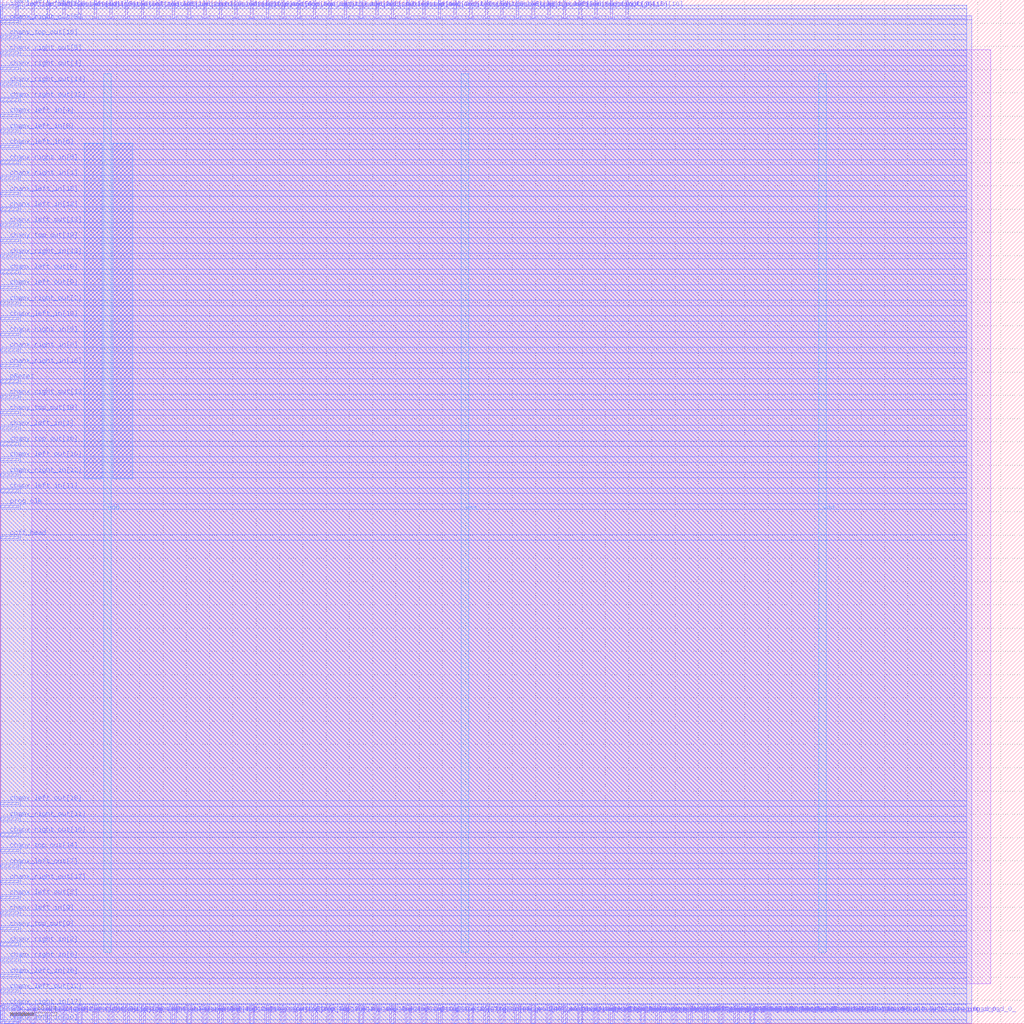
<source format=lef>
VERSION 5.7 ;
  NOWIREEXTENSIONATPIN ON ;
  DIVIDERCHAR "/" ;
  BUSBITCHARS "[]" ;
MACRO sb_1__0_
  CLASS BLOCK ;
  FOREIGN sb_1__0_ ;
  ORIGIN 0.000 0.000 ;
  SIZE 220.000 BY 220.000 ;
  PIN ccff_head
    DIRECTION INPUT ;
    USE SIGNAL ;
    ANTENNAGATEAREA 0.741000 ;
    ANTENNADIFFAREA 0.410400 ;
    PORT
      LAYER Metal3 ;
        RECT 0.000 104.160 4.000 104.720 ;
    END
  END ccff_head
  PIN ccff_tail
    DIRECTION OUTPUT TRISTATE ;
    USE SIGNAL ;
    ANTENNADIFFAREA 2.080400 ;
    PORT
      LAYER Metal2 ;
        RECT 134.400 216.000 134.960 220.000 ;
    END
  END ccff_tail
  PIN chanx_left_in[0]
    DIRECTION INPUT ;
    USE SIGNAL ;
    ANTENNAGATEAREA 0.741000 ;
    ANTENNADIFFAREA 0.410400 ;
    PORT
      LAYER Metal2 ;
        RECT 107.520 216.000 108.080 220.000 ;
    END
  END chanx_left_in[0]
  PIN chanx_left_in[10]
    DIRECTION INPUT ;
    USE SIGNAL ;
    ANTENNAGATEAREA 0.741000 ;
    ANTENNADIFFAREA 0.410400 ;
    PORT
      LAYER Metal3 ;
        RECT 0.000 0.000 4.000 0.560 ;
    END
  END chanx_left_in[10]
  PIN chanx_left_in[11]
    DIRECTION INPUT ;
    USE SIGNAL ;
    ANTENNAGATEAREA 0.741000 ;
    ANTENNADIFFAREA 0.410400 ;
    PORT
      LAYER Metal3 ;
        RECT 0.000 114.240 4.000 114.800 ;
    END
  END chanx_left_in[11]
  PIN chanx_left_in[12]
    DIRECTION INPUT ;
    USE SIGNAL ;
    ANTENNAGATEAREA 0.741000 ;
    ANTENNADIFFAREA 0.410400 ;
    PORT
      LAYER Metal3 ;
        RECT 0.000 174.720 4.000 175.280 ;
    END
  END chanx_left_in[12]
  PIN chanx_left_in[13]
    DIRECTION INPUT ;
    USE SIGNAL ;
    ANTENNAGATEAREA 0.741000 ;
    ANTENNADIFFAREA 0.410400 ;
    PORT
      LAYER Metal3 ;
        RECT 0.000 218.400 4.000 218.960 ;
    END
  END chanx_left_in[13]
  PIN chanx_left_in[14]
    DIRECTION INPUT ;
    USE SIGNAL ;
    ANTENNAGATEAREA 0.741000 ;
    ANTENNADIFFAREA 0.410400 ;
    PORT
      LAYER Metal2 ;
        RECT 84.000 216.000 84.560 220.000 ;
    END
  END chanx_left_in[14]
  PIN chanx_left_in[15]
    DIRECTION INPUT ;
    USE SIGNAL ;
    ANTENNAGATEAREA 0.741000 ;
    ANTENNADIFFAREA 0.410400 ;
    PORT
      LAYER Metal2 ;
        RECT 97.440 216.000 98.000 220.000 ;
    END
  END chanx_left_in[15]
  PIN chanx_left_in[16]
    DIRECTION INPUT ;
    USE SIGNAL ;
    ANTENNAGATEAREA 0.741000 ;
    ANTENNADIFFAREA 0.410400 ;
    PORT
      LAYER Metal3 ;
        RECT 0.000 10.080 4.000 10.640 ;
    END
  END chanx_left_in[16]
  PIN chanx_left_in[17]
    DIRECTION INPUT ;
    USE SIGNAL ;
    ANTENNAGATEAREA 0.741000 ;
    ANTENNADIFFAREA 0.410400 ;
    PORT
      LAYER Metal2 ;
        RECT 0.000 216.000 0.560 220.000 ;
    END
  END chanx_left_in[17]
  PIN chanx_left_in[18]
    DIRECTION INPUT ;
    USE SIGNAL ;
    ANTENNAGATEAREA 0.741000 ;
    ANTENNADIFFAREA 0.410400 ;
    PORT
      LAYER Metal3 ;
        RECT 0.000 178.080 4.000 178.640 ;
    END
  END chanx_left_in[18]
  PIN chanx_left_in[19]
    DIRECTION INPUT ;
    USE SIGNAL ;
    ANTENNAGATEAREA 0.741000 ;
    ANTENNADIFFAREA 0.410400 ;
    PORT
      LAYER Metal3 ;
        RECT 0.000 151.200 4.000 151.760 ;
    END
  END chanx_left_in[19]
  PIN chanx_left_in[1]
    DIRECTION INPUT ;
    USE SIGNAL ;
    ANTENNAGATEAREA 0.741000 ;
    ANTENNADIFFAREA 0.410400 ;
    PORT
      LAYER Metal3 ;
        RECT 0.000 127.680 4.000 128.240 ;
    END
  END chanx_left_in[1]
  PIN chanx_left_in[2]
    DIRECTION INPUT ;
    USE SIGNAL ;
    ANTENNAGATEAREA 0.741000 ;
    ANTENNADIFFAREA 0.410400 ;
    PORT
      LAYER Metal2 ;
        RECT 33.600 216.000 34.160 220.000 ;
    END
  END chanx_left_in[2]
  PIN chanx_left_in[3]
    DIRECTION INPUT ;
    USE SIGNAL ;
    PORT
      LAYER Metal2 ;
        RECT 3.360 0.000 3.920 4.000 ;
    END
  END chanx_left_in[3]
  PIN chanx_left_in[4]
    DIRECTION INPUT ;
    USE SIGNAL ;
    ANTENNAGATEAREA 0.741000 ;
    ANTENNADIFFAREA 0.410400 ;
    PORT
      LAYER Metal3 ;
        RECT 0.000 194.880 4.000 195.440 ;
    END
  END chanx_left_in[4]
  PIN chanx_left_in[5]
    DIRECTION INPUT ;
    USE SIGNAL ;
    ANTENNAGATEAREA 0.741000 ;
    ANTENNADIFFAREA 0.410400 ;
    PORT
      LAYER Metal2 ;
        RECT 117.600 216.000 118.160 220.000 ;
    END
  END chanx_left_in[5]
  PIN chanx_left_in[6]
    DIRECTION INPUT ;
    USE SIGNAL ;
    ANTENNAGATEAREA 0.741000 ;
    ANTENNADIFFAREA 0.410400 ;
    PORT
      LAYER Metal3 ;
        RECT 0.000 188.160 4.000 188.720 ;
    END
  END chanx_left_in[6]
  PIN chanx_left_in[7]
    DIRECTION INPUT ;
    USE SIGNAL ;
    PORT
      LAYER Metal2 ;
        RECT 6.720 0.000 7.280 4.000 ;
    END
  END chanx_left_in[7]
  PIN chanx_left_in[8]
    DIRECTION INPUT ;
    USE SIGNAL ;
    ANTENNAGATEAREA 0.741000 ;
    ANTENNADIFFAREA 0.410400 ;
    PORT
      LAYER Metal3 ;
        RECT 0.000 191.520 4.000 192.080 ;
    END
  END chanx_left_in[8]
  PIN chanx_left_in[9]
    DIRECTION INPUT ;
    USE SIGNAL ;
    ANTENNAGATEAREA 0.741000 ;
    ANTENNADIFFAREA 0.410400 ;
    PORT
      LAYER Metal3 ;
        RECT 0.000 23.520 4.000 24.080 ;
    END
  END chanx_left_in[9]
  PIN chanx_left_out[0]
    DIRECTION OUTPUT TRISTATE ;
    USE SIGNAL ;
    ANTENNADIFFAREA 0.360800 ;
    PORT
      LAYER Metal2 ;
        RECT 36.960 216.000 37.520 220.000 ;
    END
  END chanx_left_out[0]
  PIN chanx_left_out[10]
    DIRECTION OUTPUT TRISTATE ;
    USE SIGNAL ;
    ANTENNADIFFAREA 1.986000 ;
    PORT
      LAYER Metal3 ;
        RECT 0.000 120.960 4.000 121.520 ;
    END
  END chanx_left_out[10]
  PIN chanx_left_out[11]
    DIRECTION OUTPUT TRISTATE ;
    USE SIGNAL ;
    ANTENNADIFFAREA 2.080400 ;
    PORT
      LAYER Metal2 ;
        RECT 120.960 216.000 121.520 220.000 ;
    END
  END chanx_left_out[11]
  PIN chanx_left_out[12]
    DIRECTION OUTPUT TRISTATE ;
    USE SIGNAL ;
    ANTENNADIFFAREA 0.360800 ;
    PORT
      LAYER Metal3 ;
        RECT 0.000 6.720 4.000 7.280 ;
    END
  END chanx_left_out[12]
  PIN chanx_left_out[13]
    DIRECTION OUTPUT TRISTATE ;
    USE SIGNAL ;
    ANTENNADIFFAREA 1.986000 ;
    PORT
      LAYER Metal3 ;
        RECT 0.000 171.360 4.000 171.920 ;
    END
  END chanx_left_out[13]
  PIN chanx_left_out[14]
    DIRECTION OUTPUT TRISTATE ;
    USE SIGNAL ;
    ANTENNADIFFAREA 2.080400 ;
    PORT
      LAYER Metal2 ;
        RECT 10.080 216.000 10.640 220.000 ;
    END
  END chanx_left_out[14]
  PIN chanx_left_out[15]
    DIRECTION OUTPUT TRISTATE ;
    USE SIGNAL ;
    ANTENNADIFFAREA 2.080400 ;
    PORT
      LAYER Metal2 ;
        RECT 53.760 0.000 54.320 4.000 ;
    END
  END chanx_left_out[15]
  PIN chanx_left_out[16]
    DIRECTION OUTPUT TRISTATE ;
    USE SIGNAL ;
    ANTENNADIFFAREA 0.360800 ;
    PORT
      LAYER Metal2 ;
        RECT 47.040 216.000 47.600 220.000 ;
    END
  END chanx_left_out[16]
  PIN chanx_left_out[17]
    DIRECTION OUTPUT TRISTATE ;
    USE SIGNAL ;
    ANTENNADIFFAREA 1.986000 ;
    PORT
      LAYER Metal2 ;
        RECT 13.440 216.000 14.000 220.000 ;
    END
  END chanx_left_out[17]
  PIN chanx_left_out[18]
    DIRECTION OUTPUT TRISTATE ;
    USE SIGNAL ;
    ANTENNADIFFAREA 1.986000 ;
    PORT
      LAYER Metal3 ;
        RECT 0.000 47.040 4.000 47.600 ;
    END
  END chanx_left_out[18]
  PIN chanx_left_out[19]
    DIRECTION OUTPUT TRISTATE ;
    USE SIGNAL ;
    ANTENNADIFFAREA 2.080400 ;
    PORT
      LAYER Metal2 ;
        RECT 43.680 216.000 44.240 220.000 ;
    END
  END chanx_left_out[19]
  PIN chanx_left_out[1]
    DIRECTION OUTPUT TRISTATE ;
    USE SIGNAL ;
    ANTENNADIFFAREA 1.986000 ;
    PORT
      LAYER Metal2 ;
        RECT 20.160 216.000 20.720 220.000 ;
    END
  END chanx_left_out[1]
  PIN chanx_left_out[2]
    DIRECTION OUTPUT TRISTATE ;
    USE SIGNAL ;
    ANTENNADIFFAREA 1.986000 ;
    PORT
      LAYER Metal2 ;
        RECT 26.880 216.000 27.440 220.000 ;
    END
  END chanx_left_out[2]
  PIN chanx_left_out[3]
    DIRECTION OUTPUT TRISTATE ;
    USE SIGNAL ;
    ANTENNADIFFAREA 1.986000 ;
    PORT
      LAYER Metal3 ;
        RECT 0.000 26.880 4.000 27.440 ;
    END
  END chanx_left_out[3]
  PIN chanx_left_out[4]
    DIRECTION OUTPUT TRISTATE ;
    USE SIGNAL ;
    ANTENNADIFFAREA 0.360800 ;
    PORT
      LAYER Metal2 ;
        RECT 104.160 216.000 104.720 220.000 ;
    END
  END chanx_left_out[4]
  PIN chanx_left_out[5]
    DIRECTION OUTPUT TRISTATE ;
    USE SIGNAL ;
    ANTENNADIFFAREA 2.080400 ;
    PORT
      LAYER Metal2 ;
        RECT 36.960 0.000 37.520 4.000 ;
    END
  END chanx_left_out[5]
  PIN chanx_left_out[6]
    DIRECTION OUTPUT TRISTATE ;
    USE SIGNAL ;
    ANTENNADIFFAREA 1.986000 ;
    PORT
      LAYER Metal2 ;
        RECT 77.280 216.000 77.840 220.000 ;
    END
  END chanx_left_out[6]
  PIN chanx_left_out[7]
    DIRECTION OUTPUT TRISTATE ;
    USE SIGNAL ;
    ANTENNADIFFAREA 1.986000 ;
    PORT
      LAYER Metal3 ;
        RECT 0.000 33.600 4.000 34.160 ;
    END
  END chanx_left_out[7]
  PIN chanx_left_out[8]
    DIRECTION OUTPUT TRISTATE ;
    USE SIGNAL ;
    ANTENNADIFFAREA 0.360800 ;
    PORT
      LAYER Metal3 ;
        RECT 0.000 161.280 4.000 161.840 ;
    END
  END chanx_left_out[8]
  PIN chanx_left_out[9]
    DIRECTION OUTPUT TRISTATE ;
    USE SIGNAL ;
    ANTENNADIFFAREA 1.986000 ;
    PORT
      LAYER Metal3 ;
        RECT 0.000 157.920 4.000 158.480 ;
    END
  END chanx_left_out[9]
  PIN chanx_right_in[0]
    DIRECTION INPUT ;
    USE SIGNAL ;
    ANTENNAGATEAREA 0.741000 ;
    ANTENNADIFFAREA 0.410400 ;
    PORT
      LAYER Metal3 ;
        RECT 0.000 144.480 4.000 145.040 ;
    END
  END chanx_right_in[0]
  PIN chanx_right_in[10]
    DIRECTION INPUT ;
    USE SIGNAL ;
    ANTENNAGATEAREA 0.741000 ;
    ANTENNADIFFAREA 0.410400 ;
    PORT
      LAYER Metal2 ;
        RECT 131.040 216.000 131.600 220.000 ;
    END
  END chanx_right_in[10]
  PIN chanx_right_in[11]
    DIRECTION INPUT ;
    USE SIGNAL ;
    PORT
      LAYER Metal2 ;
        RECT 10.080 0.000 10.640 4.000 ;
    END
  END chanx_right_in[11]
  PIN chanx_right_in[12]
    DIRECTION INPUT ;
    USE SIGNAL ;
    ANTENNAGATEAREA 0.741000 ;
    ANTENNADIFFAREA 0.410400 ;
    PORT
      LAYER Metal3 ;
        RECT 0.000 117.600 4.000 118.160 ;
    END
  END chanx_right_in[12]
  PIN chanx_right_in[13]
    DIRECTION INPUT ;
    USE SIGNAL ;
    ANTENNAGATEAREA 0.741000 ;
    ANTENNADIFFAREA 0.410400 ;
    PORT
      LAYER Metal3 ;
        RECT 0.000 164.640 4.000 165.200 ;
    END
  END chanx_right_in[13]
  PIN chanx_right_in[14]
    DIRECTION INPUT ;
    USE SIGNAL ;
    ANTENNAGATEAREA 0.741000 ;
    ANTENNADIFFAREA 0.410400 ;
    PORT
      LAYER Metal2 ;
        RECT 50.400 0.000 50.960 4.000 ;
    END
  END chanx_right_in[14]
  PIN chanx_right_in[15]
    DIRECTION INPUT ;
    USE SIGNAL ;
    PORT
      LAYER Metal2 ;
        RECT 13.440 0.000 14.000 4.000 ;
    END
  END chanx_right_in[15]
  PIN chanx_right_in[16]
    DIRECTION INPUT ;
    USE SIGNAL ;
    ANTENNAGATEAREA 0.741000 ;
    ANTENNADIFFAREA 0.410400 ;
    PORT
      LAYER Metal3 ;
        RECT 0.000 141.120 4.000 141.680 ;
    END
  END chanx_right_in[16]
  PIN chanx_right_in[17]
    DIRECTION INPUT ;
    USE SIGNAL ;
    ANTENNAGATEAREA 0.741000 ;
    ANTENNADIFFAREA 0.410400 ;
    PORT
      LAYER Metal3 ;
        RECT 0.000 3.360 4.000 3.920 ;
    END
  END chanx_right_in[17]
  PIN chanx_right_in[18]
    DIRECTION INPUT ;
    USE SIGNAL ;
    ANTENNAGATEAREA 0.741000 ;
    ANTENNADIFFAREA 0.410400 ;
    PORT
      LAYER Metal2 ;
        RECT 127.680 216.000 128.240 220.000 ;
    END
  END chanx_right_in[18]
  PIN chanx_right_in[19]
    DIRECTION INPUT ;
    USE SIGNAL ;
    PORT
      LAYER Metal2 ;
        RECT 16.800 0.000 17.360 4.000 ;
    END
  END chanx_right_in[19]
  PIN chanx_right_in[1]
    DIRECTION INPUT ;
    USE SIGNAL ;
    ANTENNAGATEAREA 0.741000 ;
    ANTENNADIFFAREA 0.410400 ;
    PORT
      LAYER Metal3 ;
        RECT 0.000 181.440 4.000 182.000 ;
    END
  END chanx_right_in[1]
  PIN chanx_right_in[2]
    DIRECTION INPUT ;
    USE SIGNAL ;
    ANTENNAGATEAREA 0.741000 ;
    ANTENNADIFFAREA 0.410400 ;
    PORT
      LAYER Metal3 ;
        RECT 0.000 16.800 4.000 17.360 ;
    END
  END chanx_right_in[2]
  PIN chanx_right_in[3]
    DIRECTION INPUT ;
    USE SIGNAL ;
    PORT
      LAYER Metal2 ;
        RECT 20.160 0.000 20.720 4.000 ;
    END
  END chanx_right_in[3]
  PIN chanx_right_in[4]
    DIRECTION INPUT ;
    USE SIGNAL ;
    ANTENNAGATEAREA 0.741000 ;
    ANTENNADIFFAREA 0.410400 ;
    PORT
      LAYER Metal2 ;
        RECT 30.240 0.000 30.800 4.000 ;
    END
  END chanx_right_in[4]
  PIN chanx_right_in[5]
    DIRECTION INPUT ;
    USE SIGNAL ;
    ANTENNAGATEAREA 0.741000 ;
    ANTENNADIFFAREA 0.410400 ;
    PORT
      LAYER Metal2 ;
        RECT 94.080 216.000 94.640 220.000 ;
    END
  END chanx_right_in[5]
  PIN chanx_right_in[6]
    DIRECTION INPUT ;
    USE SIGNAL ;
    ANTENNAGATEAREA 0.741000 ;
    ANTENNADIFFAREA 0.410400 ;
    PORT
      LAYER Metal3 ;
        RECT 0.000 13.440 4.000 14.000 ;
    END
  END chanx_right_in[6]
  PIN chanx_right_in[7]
    DIRECTION INPUT ;
    USE SIGNAL ;
    PORT
      LAYER Metal2 ;
        RECT 23.520 0.000 24.080 4.000 ;
    END
  END chanx_right_in[7]
  PIN chanx_right_in[8]
    DIRECTION INPUT ;
    USE SIGNAL ;
    ANTENNAGATEAREA 0.741000 ;
    ANTENNADIFFAREA 0.410400 ;
    PORT
      LAYER Metal3 ;
        RECT 0.000 184.800 4.000 185.360 ;
    END
  END chanx_right_in[8]
  PIN chanx_right_in[9]
    DIRECTION INPUT ;
    USE SIGNAL ;
    ANTENNAGATEAREA 0.741000 ;
    ANTENNADIFFAREA 0.410400 ;
    PORT
      LAYER Metal3 ;
        RECT 0.000 147.840 4.000 148.400 ;
    END
  END chanx_right_in[9]
  PIN chanx_right_out[0]
    DIRECTION OUTPUT TRISTATE ;
    USE SIGNAL ;
    ANTENNADIFFAREA 0.360800 ;
    PORT
      LAYER Metal2 ;
        RECT 67.200 216.000 67.760 220.000 ;
    END
  END chanx_right_out[0]
  PIN chanx_right_out[10]
    DIRECTION OUTPUT TRISTATE ;
    USE SIGNAL ;
    ANTENNADIFFAREA 1.986000 ;
    PORT
      LAYER Metal3 ;
        RECT 0.000 40.320 4.000 40.880 ;
    END
  END chanx_right_out[10]
  PIN chanx_right_out[11]
    DIRECTION OUTPUT TRISTATE ;
    USE SIGNAL ;
    ANTENNADIFFAREA 1.986000 ;
    PORT
      LAYER Metal3 ;
        RECT 0.000 43.680 4.000 44.240 ;
    END
  END chanx_right_out[11]
  PIN chanx_right_out[12]
    DIRECTION OUTPUT TRISTATE ;
    USE SIGNAL ;
    ANTENNADIFFAREA 0.360800 ;
    PORT
      LAYER Metal3 ;
        RECT 0.000 198.240 4.000 198.800 ;
    END
  END chanx_right_out[12]
  PIN chanx_right_out[13]
    DIRECTION OUTPUT TRISTATE ;
    USE SIGNAL ;
    ANTENNADIFFAREA 2.080400 ;
    PORT
      LAYER Metal3 ;
        RECT 0.000 134.400 4.000 134.960 ;
    END
  END chanx_right_out[13]
  PIN chanx_right_out[14]
    DIRECTION OUTPUT TRISTATE ;
    USE SIGNAL ;
    ANTENNADIFFAREA 2.080400 ;
    PORT
      LAYER Metal3 ;
        RECT 0.000 201.600 4.000 202.160 ;
    END
  END chanx_right_out[14]
  PIN chanx_right_out[15]
    DIRECTION OUTPUT TRISTATE ;
    USE SIGNAL ;
    ANTENNADIFFAREA 1.986000 ;
    PORT
      LAYER Metal2 ;
        RECT 50.400 216.000 50.960 220.000 ;
    END
  END chanx_right_out[15]
  PIN chanx_right_out[16]
    DIRECTION OUTPUT TRISTATE ;
    USE SIGNAL ;
    ANTENNADIFFAREA 0.360800 ;
    PORT
      LAYER Metal2 ;
        RECT 33.600 0.000 34.160 4.000 ;
    END
  END chanx_right_out[16]
  PIN chanx_right_out[17]
    DIRECTION OUTPUT TRISTATE ;
    USE SIGNAL ;
    ANTENNADIFFAREA 1.986000 ;
    PORT
      LAYER Metal3 ;
        RECT 0.000 30.240 4.000 30.800 ;
    END
  END chanx_right_out[17]
  PIN chanx_right_out[18]
    DIRECTION OUTPUT TRISTATE ;
    USE SIGNAL ;
    ANTENNADIFFAREA 1.986000 ;
    PORT
      LAYER Metal2 ;
        RECT 40.320 216.000 40.880 220.000 ;
    END
  END chanx_right_out[18]
  PIN chanx_right_out[19]
    DIRECTION OUTPUT TRISTATE ;
    USE SIGNAL ;
    ANTENNADIFFAREA 2.080400 ;
    PORT
      LAYER Metal2 ;
        RECT 6.720 216.000 7.280 220.000 ;
    END
  END chanx_right_out[19]
  PIN chanx_right_out[1]
    DIRECTION OUTPUT TRISTATE ;
    USE SIGNAL ;
    ANTENNADIFFAREA 2.080400 ;
    PORT
      LAYER Metal2 ;
        RECT 80.640 216.000 81.200 220.000 ;
    END
  END chanx_right_out[1]
  PIN chanx_right_out[2]
    DIRECTION OUTPUT TRISTATE ;
    USE SIGNAL ;
    ANTENNADIFFAREA 1.986000 ;
    PORT
      LAYER Metal3 ;
        RECT 0.000 154.560 4.000 155.120 ;
    END
  END chanx_right_out[2]
  PIN chanx_right_out[3]
    DIRECTION OUTPUT TRISTATE ;
    USE SIGNAL ;
    ANTENNADIFFAREA 2.080400 ;
    PORT
      LAYER Metal2 ;
        RECT 124.320 216.000 124.880 220.000 ;
    END
  END chanx_right_out[3]
  PIN chanx_right_out[4]
    DIRECTION OUTPUT TRISTATE ;
    USE SIGNAL ;
    ANTENNADIFFAREA 0.360800 ;
    PORT
      LAYER Metal3 ;
        RECT 0.000 204.960 4.000 205.520 ;
    END
  END chanx_right_out[4]
  PIN chanx_right_out[5]
    DIRECTION OUTPUT TRISTATE ;
    USE SIGNAL ;
    ANTENNADIFFAREA 2.080400 ;
    PORT
      LAYER Metal3 ;
        RECT 0.000 208.320 4.000 208.880 ;
    END
  END chanx_right_out[5]
  PIN chanx_right_out[6]
    DIRECTION OUTPUT TRISTATE ;
    USE SIGNAL ;
    ANTENNADIFFAREA 1.986000 ;
    PORT
      LAYER Metal2 ;
        RECT 110.880 216.000 111.440 220.000 ;
    END
  END chanx_right_out[6]
  PIN chanx_right_out[7]
    DIRECTION OUTPUT TRISTATE ;
    USE SIGNAL ;
    ANTENNADIFFAREA 2.080400 ;
    PORT
      LAYER Metal2 ;
        RECT 16.800 216.000 17.360 220.000 ;
    END
  END chanx_right_out[7]
  PIN chanx_right_out[8]
    DIRECTION OUTPUT TRISTATE ;
    USE SIGNAL ;
    ANTENNADIFFAREA 0.360800 ;
    PORT
      LAYER Metal2 ;
        RECT 100.800 216.000 101.360 220.000 ;
    END
  END chanx_right_out[8]
  PIN chanx_right_out[9]
    DIRECTION OUTPUT TRISTATE ;
    USE SIGNAL ;
    ANTENNADIFFAREA 2.080400 ;
    PORT
      LAYER Metal3 ;
        RECT 0.000 215.040 4.000 215.600 ;
    END
  END chanx_right_out[9]
  PIN chany_top_in[0]
    DIRECTION INPUT ;
    USE SIGNAL ;
    PORT
      LAYER Metal2 ;
        RECT 26.880 0.000 27.440 4.000 ;
    END
  END chany_top_in[0]
  PIN chany_top_in[10]
    DIRECTION INPUT ;
    USE SIGNAL ;
    PORT
      LAYER Metal2 ;
        RECT 84.000 0.000 84.560 4.000 ;
    END
  END chany_top_in[10]
  PIN chany_top_in[11]
    DIRECTION INPUT ;
    USE SIGNAL ;
    PORT
      LAYER Metal2 ;
        RECT 0.000 0.000 0.560 4.000 ;
    END
  END chany_top_in[11]
  PIN chany_top_in[12]
    DIRECTION INPUT ;
    USE SIGNAL ;
    PORT
      LAYER Metal2 ;
        RECT 43.680 0.000 44.240 4.000 ;
    END
  END chany_top_in[12]
  PIN chany_top_in[13]
    DIRECTION INPUT ;
    USE SIGNAL ;
    PORT
      LAYER Metal2 ;
        RECT 90.720 0.000 91.280 4.000 ;
    END
  END chany_top_in[13]
  PIN chany_top_in[14]
    DIRECTION INPUT ;
    USE SIGNAL ;
    PORT
      LAYER Metal2 ;
        RECT 47.040 0.000 47.600 4.000 ;
    END
  END chany_top_in[14]
  PIN chany_top_in[15]
    DIRECTION INPUT ;
    USE SIGNAL ;
    PORT
      LAYER Metal2 ;
        RECT 107.520 0.000 108.080 4.000 ;
    END
  END chany_top_in[15]
  PIN chany_top_in[16]
    DIRECTION INPUT ;
    USE SIGNAL ;
    PORT
      LAYER Metal2 ;
        RECT 57.120 0.000 57.680 4.000 ;
    END
  END chany_top_in[16]
  PIN chany_top_in[17]
    DIRECTION INPUT ;
    USE SIGNAL ;
    PORT
      LAYER Metal2 ;
        RECT 63.840 0.000 64.400 4.000 ;
    END
  END chany_top_in[17]
  PIN chany_top_in[18]
    DIRECTION INPUT ;
    USE SIGNAL ;
    PORT
      LAYER Metal2 ;
        RECT 67.200 0.000 67.760 4.000 ;
    END
  END chany_top_in[18]
  PIN chany_top_in[19]
    DIRECTION INPUT ;
    USE SIGNAL ;
    PORT
      LAYER Metal2 ;
        RECT 70.560 0.000 71.120 4.000 ;
    END
  END chany_top_in[19]
  PIN chany_top_in[1]
    DIRECTION INPUT ;
    USE SIGNAL ;
    PORT
      LAYER Metal2 ;
        RECT 73.920 0.000 74.480 4.000 ;
    END
  END chany_top_in[1]
  PIN chany_top_in[2]
    DIRECTION INPUT ;
    USE SIGNAL ;
    PORT
      LAYER Metal2 ;
        RECT 77.280 0.000 77.840 4.000 ;
    END
  END chany_top_in[2]
  PIN chany_top_in[3]
    DIRECTION INPUT ;
    USE SIGNAL ;
    PORT
      LAYER Metal2 ;
        RECT 80.640 0.000 81.200 4.000 ;
    END
  END chany_top_in[3]
  PIN chany_top_in[4]
    DIRECTION INPUT ;
    USE SIGNAL ;
    PORT
      LAYER Metal2 ;
        RECT 124.320 0.000 124.880 4.000 ;
    END
  END chany_top_in[4]
  PIN chany_top_in[5]
    DIRECTION INPUT ;
    USE SIGNAL ;
    PORT
      LAYER Metal2 ;
        RECT 87.360 0.000 87.920 4.000 ;
    END
  END chany_top_in[5]
  PIN chany_top_in[6]
    DIRECTION INPUT ;
    USE SIGNAL ;
    PORT
      LAYER Metal2 ;
        RECT 127.680 0.000 128.240 4.000 ;
    END
  END chany_top_in[6]
  PIN chany_top_in[7]
    DIRECTION INPUT ;
    USE SIGNAL ;
    PORT
      LAYER Metal2 ;
        RECT 94.080 0.000 94.640 4.000 ;
    END
  END chany_top_in[7]
  PIN chany_top_in[8]
    DIRECTION INPUT ;
    USE SIGNAL ;
    PORT
      LAYER Metal2 ;
        RECT 97.440 0.000 98.000 4.000 ;
    END
  END chany_top_in[8]
  PIN chany_top_in[9]
    DIRECTION INPUT ;
    USE SIGNAL ;
    PORT
      LAYER Metal2 ;
        RECT 100.800 0.000 101.360 4.000 ;
    END
  END chany_top_in[9]
  PIN chany_top_out[0]
    DIRECTION OUTPUT TRISTATE ;
    USE SIGNAL ;
    ANTENNADIFFAREA 0.360800 ;
    PORT
      LAYER Metal3 ;
        RECT 0.000 20.160 4.000 20.720 ;
    END
  END chany_top_out[0]
  PIN chany_top_out[10]
    DIRECTION OUTPUT TRISTATE ;
    USE SIGNAL ;
    ANTENNADIFFAREA 0.360800 ;
    PORT
      LAYER Metal3 ;
        RECT 0.000 211.680 4.000 212.240 ;
    END
  END chany_top_out[10]
  PIN chany_top_out[11]
    DIRECTION OUTPUT TRISTATE ;
    USE SIGNAL ;
    ANTENNADIFFAREA 0.360800 ;
    PORT
      LAYER Metal2 ;
        RECT 73.920 216.000 74.480 220.000 ;
    END
  END chany_top_out[11]
  PIN chany_top_out[12]
    DIRECTION OUTPUT TRISTATE ;
    USE SIGNAL ;
    ANTENNADIFFAREA 0.360800 ;
    PORT
      LAYER Metal2 ;
        RECT 3.360 216.000 3.920 220.000 ;
    END
  END chany_top_out[12]
  PIN chany_top_out[13]
    DIRECTION OUTPUT TRISTATE ;
    USE SIGNAL ;
    ANTENNADIFFAREA 0.360800 ;
    PORT
      LAYER Metal2 ;
        RECT 63.840 216.000 64.400 220.000 ;
    END
  END chany_top_out[13]
  PIN chany_top_out[14]
    DIRECTION OUTPUT TRISTATE ;
    USE SIGNAL ;
    ANTENNADIFFAREA 0.360800 ;
    PORT
      LAYER Metal3 ;
        RECT 0.000 36.960 4.000 37.520 ;
    END
  END chany_top_out[14]
  PIN chany_top_out[15]
    DIRECTION OUTPUT TRISTATE ;
    USE SIGNAL ;
    ANTENNADIFFAREA 0.360800 ;
    PORT
      LAYER Metal2 ;
        RECT 23.520 216.000 24.080 220.000 ;
    END
  END chany_top_out[15]
  PIN chany_top_out[16]
    DIRECTION OUTPUT TRISTATE ;
    USE SIGNAL ;
    ANTENNADIFFAREA 2.080400 ;
    PORT
      LAYER Metal3 ;
        RECT 0.000 124.320 4.000 124.880 ;
    END
  END chany_top_out[16]
  PIN chany_top_out[17]
    DIRECTION OUTPUT TRISTATE ;
    USE SIGNAL ;
    ANTENNADIFFAREA 2.080400 ;
    PORT
      LAYER Metal2 ;
        RECT 90.720 216.000 91.280 220.000 ;
    END
  END chany_top_out[17]
  PIN chany_top_out[18]
    DIRECTION OUTPUT TRISTATE ;
    USE SIGNAL ;
    ANTENNADIFFAREA 2.080400 ;
    PORT
      LAYER Metal3 ;
        RECT 0.000 131.040 4.000 131.600 ;
    END
  END chany_top_out[18]
  PIN chany_top_out[19]
    DIRECTION OUTPUT TRISTATE ;
    USE SIGNAL ;
    ANTENNADIFFAREA 0.360800 ;
    PORT
      LAYER Metal3 ;
        RECT 0.000 168.000 4.000 168.560 ;
    END
  END chany_top_out[19]
  PIN chany_top_out[1]
    DIRECTION OUTPUT TRISTATE ;
    USE SIGNAL ;
    ANTENNADIFFAREA 0.360800 ;
    PORT
      LAYER Metal2 ;
        RECT 30.240 216.000 30.800 220.000 ;
    END
  END chany_top_out[1]
  PIN chany_top_out[2]
    DIRECTION OUTPUT TRISTATE ;
    USE SIGNAL ;
    ANTENNADIFFAREA 0.360800 ;
    PORT
      LAYER Metal2 ;
        RECT 70.560 216.000 71.120 220.000 ;
    END
  END chany_top_out[2]
  PIN chany_top_out[3]
    DIRECTION OUTPUT TRISTATE ;
    USE SIGNAL ;
    ANTENNADIFFAREA 0.360800 ;
    PORT
      LAYER Metal2 ;
        RECT 60.480 216.000 61.040 220.000 ;
    END
  END chany_top_out[3]
  PIN chany_top_out[4]
    DIRECTION OUTPUT TRISTATE ;
    USE SIGNAL ;
    ANTENNADIFFAREA 0.360800 ;
    PORT
      LAYER Metal2 ;
        RECT 40.320 0.000 40.880 4.000 ;
    END
  END chany_top_out[4]
  PIN chany_top_out[5]
    DIRECTION OUTPUT TRISTATE ;
    USE SIGNAL ;
    ANTENNADIFFAREA 0.360800 ;
    PORT
      LAYER Metal2 ;
        RECT 57.120 216.000 57.680 220.000 ;
    END
  END chany_top_out[5]
  PIN chany_top_out[6]
    DIRECTION OUTPUT TRISTATE ;
    USE SIGNAL ;
    ANTENNADIFFAREA 0.360800 ;
    PORT
      LAYER Metal2 ;
        RECT 53.760 216.000 54.320 220.000 ;
    END
  END chany_top_out[6]
  PIN chany_top_out[7]
    DIRECTION OUTPUT TRISTATE ;
    USE SIGNAL ;
    ANTENNADIFFAREA 0.360800 ;
    PORT
      LAYER Metal2 ;
        RECT 87.360 216.000 87.920 220.000 ;
    END
  END chany_top_out[7]
  PIN chany_top_out[8]
    DIRECTION OUTPUT TRISTATE ;
    USE SIGNAL ;
    ANTENNADIFFAREA 0.360800 ;
    PORT
      LAYER Metal2 ;
        RECT 114.240 216.000 114.800 220.000 ;
    END
  END chany_top_out[8]
  PIN chany_top_out[9]
    DIRECTION OUTPUT TRISTATE ;
    USE SIGNAL ;
    ANTENNADIFFAREA 0.360800 ;
    PORT
      LAYER Metal2 ;
        RECT 60.480 0.000 61.040 4.000 ;
    END
  END chany_top_out[9]
  PIN left_bottom_grid_top_width_0_height_0_subtile_0__pin_inpad_0_
    DIRECTION INPUT ;
    USE SIGNAL ;
    PORT
      LAYER Metal2 ;
        RECT 104.160 0.000 104.720 4.000 ;
    END
  END left_bottom_grid_top_width_0_height_0_subtile_0__pin_inpad_0_
  PIN left_bottom_grid_top_width_0_height_0_subtile_1__pin_inpad_0_
    DIRECTION INPUT ;
    USE SIGNAL ;
    PORT
      LAYER Metal2 ;
        RECT 157.920 0.000 158.480 4.000 ;
    END
  END left_bottom_grid_top_width_0_height_0_subtile_1__pin_inpad_0_
  PIN left_bottom_grid_top_width_0_height_0_subtile_2__pin_inpad_0_
    DIRECTION INPUT ;
    USE SIGNAL ;
    PORT
      LAYER Metal2 ;
        RECT 110.880 0.000 111.440 4.000 ;
    END
  END left_bottom_grid_top_width_0_height_0_subtile_2__pin_inpad_0_
  PIN left_bottom_grid_top_width_0_height_0_subtile_3__pin_inpad_0_
    DIRECTION INPUT ;
    USE SIGNAL ;
    PORT
      LAYER Metal2 ;
        RECT 114.240 0.000 114.800 4.000 ;
    END
  END left_bottom_grid_top_width_0_height_0_subtile_3__pin_inpad_0_
  PIN left_top_grid_bottom_width_0_height_0_subtile_0__pin_O_2_
    DIRECTION INPUT ;
    USE SIGNAL ;
    PORT
      LAYER Metal2 ;
        RECT 117.600 0.000 118.160 4.000 ;
    END
  END left_top_grid_bottom_width_0_height_0_subtile_0__pin_O_2_
  PIN left_top_grid_bottom_width_0_height_0_subtile_0__pin_O_6_
    DIRECTION INPUT ;
    USE SIGNAL ;
    PORT
      LAYER Metal2 ;
        RECT 120.960 0.000 121.520 4.000 ;
    END
  END left_top_grid_bottom_width_0_height_0_subtile_0__pin_O_6_
  PIN pReset
    DIRECTION INPUT ;
    USE SIGNAL ;
    ANTENNAGATEAREA 0.741000 ;
    ANTENNADIFFAREA 0.410400 ;
    PORT
      LAYER Metal3 ;
        RECT 0.000 137.760 4.000 138.320 ;
    END
  END pReset
  PIN prog_clk
    DIRECTION INPUT ;
    USE SIGNAL ;
    ANTENNAGATEAREA 4.738000 ;
    ANTENNADIFFAREA 0.410400 ;
    PORT
      LAYER Metal3 ;
        RECT 0.000 110.880 4.000 111.440 ;
    END
  END prog_clk
  PIN right_bottom_grid_top_width_0_height_0_subtile_0__pin_inpad_0_
    DIRECTION INPUT ;
    USE SIGNAL ;
    PORT
      LAYER Metal2 ;
        RECT 161.280 0.000 161.840 4.000 ;
    END
  END right_bottom_grid_top_width_0_height_0_subtile_0__pin_inpad_0_
  PIN right_bottom_grid_top_width_0_height_0_subtile_1__pin_inpad_0_
    DIRECTION INPUT ;
    USE SIGNAL ;
    PORT
      LAYER Metal2 ;
        RECT 164.640 0.000 165.200 4.000 ;
    END
  END right_bottom_grid_top_width_0_height_0_subtile_1__pin_inpad_0_
  PIN right_bottom_grid_top_width_0_height_0_subtile_2__pin_inpad_0_
    DIRECTION INPUT ;
    USE SIGNAL ;
    PORT
      LAYER Metal2 ;
        RECT 131.040 0.000 131.600 4.000 ;
    END
  END right_bottom_grid_top_width_0_height_0_subtile_2__pin_inpad_0_
  PIN right_bottom_grid_top_width_0_height_0_subtile_3__pin_inpad_0_
    DIRECTION INPUT ;
    USE SIGNAL ;
    PORT
      LAYER Metal2 ;
        RECT 134.400 0.000 134.960 4.000 ;
    END
  END right_bottom_grid_top_width_0_height_0_subtile_3__pin_inpad_0_
  PIN right_top_grid_bottom_width_0_height_0_subtile_0__pin_O_2_
    DIRECTION INPUT ;
    USE SIGNAL ;
    PORT
      LAYER Metal2 ;
        RECT 137.760 0.000 138.320 4.000 ;
    END
  END right_top_grid_bottom_width_0_height_0_subtile_0__pin_O_2_
  PIN right_top_grid_bottom_width_0_height_0_subtile_0__pin_O_6_
    DIRECTION INPUT ;
    USE SIGNAL ;
    PORT
      LAYER Metal2 ;
        RECT 141.120 0.000 141.680 4.000 ;
    END
  END right_top_grid_bottom_width_0_height_0_subtile_0__pin_O_6_
  PIN top_left_grid_right_width_0_height_0_subtile_0__pin_O_1_
    DIRECTION INPUT ;
    USE SIGNAL ;
    PORT
      LAYER Metal2 ;
        RECT 144.480 0.000 145.040 4.000 ;
    END
  END top_left_grid_right_width_0_height_0_subtile_0__pin_O_1_
  PIN top_left_grid_right_width_0_height_0_subtile_0__pin_O_5_
    DIRECTION INPUT ;
    USE SIGNAL ;
    PORT
      LAYER Metal2 ;
        RECT 147.840 0.000 148.400 4.000 ;
    END
  END top_left_grid_right_width_0_height_0_subtile_0__pin_O_5_
  PIN top_right_grid_left_width_0_height_0_subtile_0__pin_O_3_
    DIRECTION INPUT ;
    USE SIGNAL ;
    PORT
      LAYER Metal2 ;
        RECT 151.200 0.000 151.760 4.000 ;
    END
  END top_right_grid_left_width_0_height_0_subtile_0__pin_O_3_
  PIN top_right_grid_left_width_0_height_0_subtile_0__pin_O_7_
    DIRECTION INPUT ;
    USE SIGNAL ;
    PORT
      LAYER Metal2 ;
        RECT 154.560 0.000 155.120 4.000 ;
    END
  END top_right_grid_left_width_0_height_0_subtile_0__pin_O_7_
  PIN vdd
    DIRECTION INOUT ;
    USE POWER ;
    PORT
      LAYER Metal4 ;
        RECT 22.240 15.380 23.840 204.140 ;
    END
    PORT
      LAYER Metal4 ;
        RECT 175.840 15.380 177.440 204.140 ;
    END
  END vdd
  PIN vss
    DIRECTION INOUT ;
    USE GROUND ;
    PORT
      LAYER Metal4 ;
        RECT 99.040 15.380 100.640 204.140 ;
    END
  END vss
  OBS
      LAYER Metal1 ;
        RECT 6.720 8.550 212.800 209.290 ;
      LAYER Metal2 ;
        RECT 0.860 215.700 3.060 216.580 ;
        RECT 4.220 215.700 6.420 216.580 ;
        RECT 7.580 215.700 9.780 216.580 ;
        RECT 10.940 215.700 13.140 216.580 ;
        RECT 14.300 215.700 16.500 216.580 ;
        RECT 17.660 215.700 19.860 216.580 ;
        RECT 21.020 215.700 23.220 216.580 ;
        RECT 24.380 215.700 26.580 216.580 ;
        RECT 27.740 215.700 29.940 216.580 ;
        RECT 31.100 215.700 33.300 216.580 ;
        RECT 34.460 215.700 36.660 216.580 ;
        RECT 37.820 215.700 40.020 216.580 ;
        RECT 41.180 215.700 43.380 216.580 ;
        RECT 44.540 215.700 46.740 216.580 ;
        RECT 47.900 215.700 50.100 216.580 ;
        RECT 51.260 215.700 53.460 216.580 ;
        RECT 54.620 215.700 56.820 216.580 ;
        RECT 57.980 215.700 60.180 216.580 ;
        RECT 61.340 215.700 63.540 216.580 ;
        RECT 64.700 215.700 66.900 216.580 ;
        RECT 68.060 215.700 70.260 216.580 ;
        RECT 71.420 215.700 73.620 216.580 ;
        RECT 74.780 215.700 76.980 216.580 ;
        RECT 78.140 215.700 80.340 216.580 ;
        RECT 81.500 215.700 83.700 216.580 ;
        RECT 84.860 215.700 87.060 216.580 ;
        RECT 88.220 215.700 90.420 216.580 ;
        RECT 91.580 215.700 93.780 216.580 ;
        RECT 94.940 215.700 97.140 216.580 ;
        RECT 98.300 215.700 100.500 216.580 ;
        RECT 101.660 215.700 103.860 216.580 ;
        RECT 105.020 215.700 107.220 216.580 ;
        RECT 108.380 215.700 110.580 216.580 ;
        RECT 111.740 215.700 113.940 216.580 ;
        RECT 115.100 215.700 117.300 216.580 ;
        RECT 118.460 215.700 120.660 216.580 ;
        RECT 121.820 215.700 124.020 216.580 ;
        RECT 125.180 215.700 127.380 216.580 ;
        RECT 128.540 215.700 130.740 216.580 ;
        RECT 131.900 215.700 134.100 216.580 ;
        RECT 135.260 215.700 208.740 216.580 ;
        RECT 0.140 4.300 208.740 215.700 ;
        RECT 0.860 0.090 3.060 4.300 ;
        RECT 4.220 0.090 6.420 4.300 ;
        RECT 7.580 0.090 9.780 4.300 ;
        RECT 10.940 0.090 13.140 4.300 ;
        RECT 14.300 0.090 16.500 4.300 ;
        RECT 17.660 0.090 19.860 4.300 ;
        RECT 21.020 0.090 23.220 4.300 ;
        RECT 24.380 0.090 26.580 4.300 ;
        RECT 27.740 0.090 29.940 4.300 ;
        RECT 31.100 0.090 33.300 4.300 ;
        RECT 34.460 0.090 36.660 4.300 ;
        RECT 37.820 0.090 40.020 4.300 ;
        RECT 41.180 0.090 43.380 4.300 ;
        RECT 44.540 0.090 46.740 4.300 ;
        RECT 47.900 0.090 50.100 4.300 ;
        RECT 51.260 0.090 53.460 4.300 ;
        RECT 54.620 0.090 56.820 4.300 ;
        RECT 57.980 0.090 60.180 4.300 ;
        RECT 61.340 0.090 63.540 4.300 ;
        RECT 64.700 0.090 66.900 4.300 ;
        RECT 68.060 0.090 70.260 4.300 ;
        RECT 71.420 0.090 73.620 4.300 ;
        RECT 74.780 0.090 76.980 4.300 ;
        RECT 78.140 0.090 80.340 4.300 ;
        RECT 81.500 0.090 83.700 4.300 ;
        RECT 84.860 0.090 87.060 4.300 ;
        RECT 88.220 0.090 90.420 4.300 ;
        RECT 91.580 0.090 93.780 4.300 ;
        RECT 94.940 0.090 97.140 4.300 ;
        RECT 98.300 0.090 100.500 4.300 ;
        RECT 101.660 0.090 103.860 4.300 ;
        RECT 105.020 0.090 107.220 4.300 ;
        RECT 108.380 0.090 110.580 4.300 ;
        RECT 111.740 0.090 113.940 4.300 ;
        RECT 115.100 0.090 117.300 4.300 ;
        RECT 118.460 0.090 120.660 4.300 ;
        RECT 121.820 0.090 124.020 4.300 ;
        RECT 125.180 0.090 127.380 4.300 ;
        RECT 128.540 0.090 130.740 4.300 ;
        RECT 131.900 0.090 134.100 4.300 ;
        RECT 135.260 0.090 137.460 4.300 ;
        RECT 138.620 0.090 140.820 4.300 ;
        RECT 141.980 0.090 144.180 4.300 ;
        RECT 145.340 0.090 147.540 4.300 ;
        RECT 148.700 0.090 150.900 4.300 ;
        RECT 152.060 0.090 154.260 4.300 ;
        RECT 155.420 0.090 157.620 4.300 ;
        RECT 158.780 0.090 160.980 4.300 ;
        RECT 162.140 0.090 164.340 4.300 ;
        RECT 165.500 0.090 208.740 4.300 ;
      LAYER Metal3 ;
        RECT 4.300 218.100 207.670 218.820 ;
        RECT 0.090 215.900 207.670 218.100 ;
        RECT 4.300 214.740 207.670 215.900 ;
        RECT 0.090 212.540 207.670 214.740 ;
        RECT 4.300 211.380 207.670 212.540 ;
        RECT 0.090 209.180 207.670 211.380 ;
        RECT 4.300 208.020 207.670 209.180 ;
        RECT 0.090 205.820 207.670 208.020 ;
        RECT 4.300 204.660 207.670 205.820 ;
        RECT 0.090 202.460 207.670 204.660 ;
        RECT 4.300 201.300 207.670 202.460 ;
        RECT 0.090 199.100 207.670 201.300 ;
        RECT 4.300 197.940 207.670 199.100 ;
        RECT 0.090 195.740 207.670 197.940 ;
        RECT 4.300 194.580 207.670 195.740 ;
        RECT 0.090 192.380 207.670 194.580 ;
        RECT 4.300 191.220 207.670 192.380 ;
        RECT 0.090 189.020 207.670 191.220 ;
        RECT 4.300 187.860 207.670 189.020 ;
        RECT 0.090 185.660 207.670 187.860 ;
        RECT 4.300 184.500 207.670 185.660 ;
        RECT 0.090 182.300 207.670 184.500 ;
        RECT 4.300 181.140 207.670 182.300 ;
        RECT 0.090 178.940 207.670 181.140 ;
        RECT 4.300 177.780 207.670 178.940 ;
        RECT 0.090 175.580 207.670 177.780 ;
        RECT 4.300 174.420 207.670 175.580 ;
        RECT 0.090 172.220 207.670 174.420 ;
        RECT 4.300 171.060 207.670 172.220 ;
        RECT 0.090 168.860 207.670 171.060 ;
        RECT 4.300 167.700 207.670 168.860 ;
        RECT 0.090 165.500 207.670 167.700 ;
        RECT 4.300 164.340 207.670 165.500 ;
        RECT 0.090 162.140 207.670 164.340 ;
        RECT 4.300 160.980 207.670 162.140 ;
        RECT 0.090 158.780 207.670 160.980 ;
        RECT 4.300 157.620 207.670 158.780 ;
        RECT 0.090 155.420 207.670 157.620 ;
        RECT 4.300 154.260 207.670 155.420 ;
        RECT 0.090 152.060 207.670 154.260 ;
        RECT 4.300 150.900 207.670 152.060 ;
        RECT 0.090 148.700 207.670 150.900 ;
        RECT 4.300 147.540 207.670 148.700 ;
        RECT 0.090 145.340 207.670 147.540 ;
        RECT 4.300 144.180 207.670 145.340 ;
        RECT 0.090 141.980 207.670 144.180 ;
        RECT 4.300 140.820 207.670 141.980 ;
        RECT 0.090 138.620 207.670 140.820 ;
        RECT 4.300 137.460 207.670 138.620 ;
        RECT 0.090 135.260 207.670 137.460 ;
        RECT 4.300 134.100 207.670 135.260 ;
        RECT 0.090 131.900 207.670 134.100 ;
        RECT 4.300 130.740 207.670 131.900 ;
        RECT 0.090 128.540 207.670 130.740 ;
        RECT 4.300 127.380 207.670 128.540 ;
        RECT 0.090 125.180 207.670 127.380 ;
        RECT 4.300 124.020 207.670 125.180 ;
        RECT 0.090 121.820 207.670 124.020 ;
        RECT 4.300 120.660 207.670 121.820 ;
        RECT 0.090 118.460 207.670 120.660 ;
        RECT 4.300 117.300 207.670 118.460 ;
        RECT 0.090 115.100 207.670 117.300 ;
        RECT 4.300 113.940 207.670 115.100 ;
        RECT 0.090 111.740 207.670 113.940 ;
        RECT 4.300 110.580 207.670 111.740 ;
        RECT 0.090 105.020 207.670 110.580 ;
        RECT 4.300 103.860 207.670 105.020 ;
        RECT 0.090 47.900 207.670 103.860 ;
        RECT 4.300 46.740 207.670 47.900 ;
        RECT 0.090 44.540 207.670 46.740 ;
        RECT 4.300 43.380 207.670 44.540 ;
        RECT 0.090 41.180 207.670 43.380 ;
        RECT 4.300 40.020 207.670 41.180 ;
        RECT 0.090 37.820 207.670 40.020 ;
        RECT 4.300 36.660 207.670 37.820 ;
        RECT 0.090 34.460 207.670 36.660 ;
        RECT 4.300 33.300 207.670 34.460 ;
        RECT 0.090 31.100 207.670 33.300 ;
        RECT 4.300 29.940 207.670 31.100 ;
        RECT 0.090 27.740 207.670 29.940 ;
        RECT 4.300 26.580 207.670 27.740 ;
        RECT 0.090 24.380 207.670 26.580 ;
        RECT 4.300 23.220 207.670 24.380 ;
        RECT 0.090 21.020 207.670 23.220 ;
        RECT 4.300 19.860 207.670 21.020 ;
        RECT 0.090 17.660 207.670 19.860 ;
        RECT 4.300 16.500 207.670 17.660 ;
        RECT 0.090 14.300 207.670 16.500 ;
        RECT 4.300 13.140 207.670 14.300 ;
        RECT 0.090 10.940 207.670 13.140 ;
        RECT 4.300 9.780 207.670 10.940 ;
        RECT 0.090 7.580 207.670 9.780 ;
        RECT 4.300 6.420 207.670 7.580 ;
        RECT 0.090 4.220 207.670 6.420 ;
        RECT 4.300 3.060 207.670 4.220 ;
        RECT 0.090 0.860 207.670 3.060 ;
        RECT 4.300 0.140 207.670 0.860 ;
      LAYER Metal4 ;
        RECT 18.060 117.130 21.940 189.190 ;
        RECT 24.140 117.130 28.420 189.190 ;
  END
END sb_1__0_
END LIBRARY


</source>
